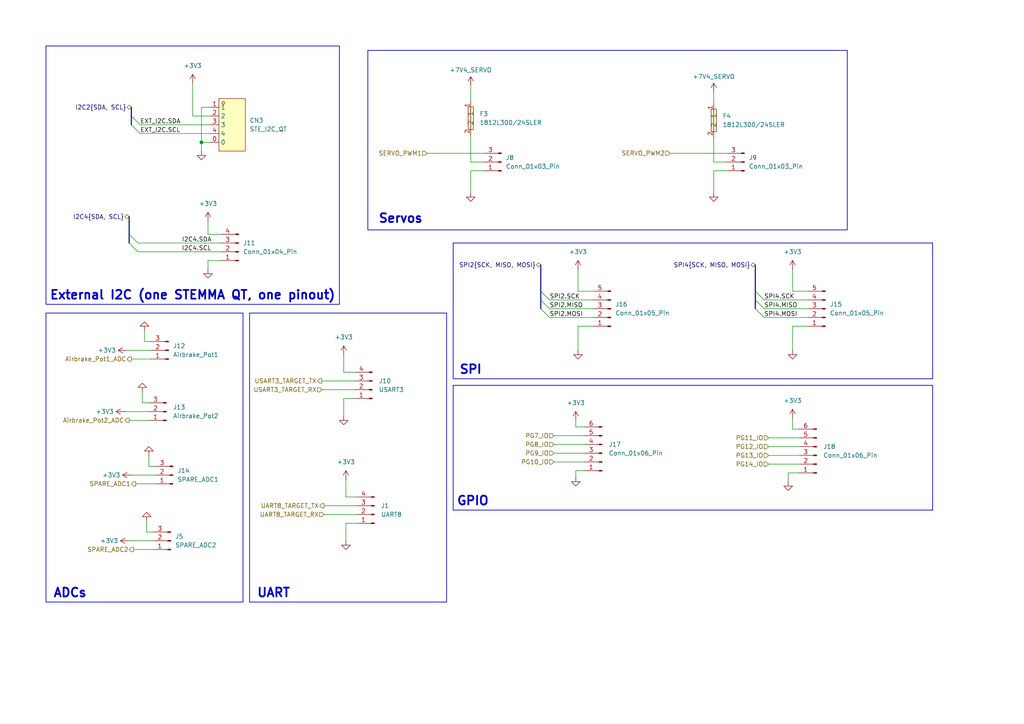
<source format=kicad_sch>
(kicad_sch (version 20250114) (generator "eeschema") (generator_version "9.0")
  (paper "A4")
  (lib_symbols
    (symbol "CONN-SMD_BM04B-SRSS-TB:BM04B-SRSS-TB(LF)(SN)"
      (property "Reference" "CN" (at 0 10.16 0))
      (property "Value" "BM04B-SRSS-TB(LF)(SN)" (at 0 -10.16 0))
      (symbol "BM04B-SRSS-TB(LF)(SN)_0_1"
        (rectangle (start -2.54 7.62) (end 5.08 -7.62) (fill (type background)))
        (circle (center -1.27 6.35) (radius 0.38))
        (pin unspecified line (at -5.08 5.08 0) (length 2.54) (name "1") (number "1"))
        (pin unspecified line (at -5.08 2.54 0) (length 2.54) (name "2") (number "2"))
        (pin unspecified line (at -5.08 0 0) (length 2.54) (name "3") (number "3"))
        (pin unspecified line (at -5.08 -2.54 0) (length 2.54) (name "4") (number "4"))
        (pin unspecified line (at -5.08 -5.08 0) (length 2.54) (name "0") (number "0"))
      )
    )
    (symbol "Connector:Conn_01x03_Pin" (pin_names (offset 1.016) (hide yes))
      (property "Reference" "J" (at 0 5.08 0))
      (property "Value" "Conn_01x03_Pin" (at 0 -5.08 0))
      (symbol "Conn_01x03_Pin_1_1"
        (rectangle (start 0.8636 2.667) (end 0 2.413) (stroke (width 0.1524)) (fill (type outline)))
        (rectangle (start 0.8636 0.127) (end 0 -0.127) (stroke (width 0.1524)) (fill (type outline)))
        (rectangle (start 0.8636 -2.413) (end 0 -2.667) (stroke (width 0.1524)) (fill (type outline)))
        (polyline (pts (xy 1.27 2.54) (xy 0.8636 2.54)) (stroke (width 0.1524)))
        (polyline (pts (xy 1.27 0) (xy 0.8636 0)) (stroke (width 0.1524)))
        (polyline (pts (xy 1.27 -2.54) (xy 0.8636 -2.54)) (stroke (width 0.1524)))
        (pin passive line (at 5.08 2.54 180) (length 3.81) (name "Pin_1") (number "1"))
        (pin passive line (at 5.08 0 180) (length 3.81) (name "Pin_2") (number "2"))
        (pin passive line (at 5.08 -2.54 180) (length 3.81) (name "Pin_3") (number "3"))
      )
    )
    (symbol "Connector:Conn_01x04_Pin" (pin_names (offset 1.016) (hide yes))
      (property "Reference" "J" (at 0 5.08 0))
      (property "Value" "Conn_01x04_Pin" (at 0 -7.62 0))
      (symbol "Conn_01x04_Pin_1_1"
        (rectangle (start 0.8636 2.667) (end 0 2.413) (stroke (width 0.1524)) (fill (type outline)))
        (rectangle (start 0.8636 0.127) (end 0 -0.127) (stroke (width 0.1524)) (fill (type outline)))
        (rectangle (start 0.8636 -2.413) (end 0 -2.667) (stroke (width 0.1524)) (fill (type outline)))
        (rectangle (start 0.8636 -4.953) (end 0 -5.207) (stroke (width 0.1524)) (fill (type outline)))
        (polyline (pts (xy 1.27 2.54) (xy 0.8636 2.54)) (stroke (width 0.1524)))
        (polyline (pts (xy 1.27 0) (xy 0.8636 0)) (stroke (width 0.1524)))
        (polyline (pts (xy 1.27 -2.54) (xy 0.8636 -2.54)) (stroke (width 0.1524)))
        (polyline (pts (xy 1.27 -5.08) (xy 0.8636 -5.08)) (stroke (width 0.1524)))
        (pin passive line (at 5.08 2.54 180) (length 3.81) (name "Pin_1") (number "1"))
        (pin passive line (at 5.08 0 180) (length 3.81) (name "Pin_2") (number "2"))
        (pin passive line (at 5.08 -2.54 180) (length 3.81) (name "Pin_3") (number "3"))
        (pin passive line (at 5.08 -5.08 180) (length 3.81) (name "Pin_4") (number "4"))
      )
    )
    (symbol "Connector:Conn_01x05_Pin" (pin_names (offset 1.016) (hide yes))
      (property "Reference" "J" (at 0 7.62 0))
      (property "Value" "Conn_01x05_Pin" (at 0 -7.62 0))
      (symbol "Conn_01x05_Pin_1_1"
        (rectangle (start 0.8636 5.207) (end 0 4.953) (stroke (width 0.1524)) (fill (type outline)))
        (rectangle (start 0.8636 2.667) (end 0 2.413) (stroke (width 0.1524)) (fill (type outline)))
        (rectangle (start 0.8636 0.127) (end 0 -0.127) (stroke (width 0.1524)) (fill (type outline)))
        (rectangle (start 0.8636 -2.413) (end 0 -2.667) (stroke (width 0.1524)) (fill (type outline)))
        (rectangle (start 0.8636 -4.953) (end 0 -5.207) (stroke (width 0.1524)) (fill (type outline)))
        (polyline (pts (xy 1.27 5.08) (xy 0.8636 5.08)) (stroke (width 0.1524)))
        (polyline (pts (xy 1.27 2.54) (xy 0.8636 2.54)) (stroke (width 0.1524)))
        (polyline (pts (xy 1.27 0) (xy 0.8636 0)) (stroke (width 0.1524)))
        (polyline (pts (xy 1.27 -2.54) (xy 0.8636 -2.54)) (stroke (width 0.1524)))
        (polyline (pts (xy 1.27 -5.08) (xy 0.8636 -5.08)) (stroke (width 0.1524)))
        (pin passive line (at 5.08 5.08 180) (length 3.81) (name "Pin_1") (number "1"))
        (pin passive line (at 5.08 2.54 180) (length 3.81) (name "Pin_2") (number "2"))
        (pin passive line (at 5.08 0 180) (length 3.81) (name "Pin_3") (number "3"))
        (pin passive line (at 5.08 -2.54 180) (length 3.81) (name "Pin_4") (number "4"))
        (pin passive line (at 5.08 -5.08 180) (length 3.81) (name "Pin_5") (number "5"))
      )
    )
    (symbol "Connector:Conn_01x06_Pin" (pin_names (offset 1.016) (hide yes))
      (property "Reference" "J" (at 0 7.62 0))
      (property "Value" "Conn_01x06_Pin" (at 0 -10.16 0))
      (symbol "Conn_01x06_Pin_1_1"
        (rectangle (start 0.8636 5.207) (end 0 4.953) (stroke (width 0.1524)) (fill (type outline)))
        (rectangle (start 0.8636 2.667) (end 0 2.413) (stroke (width 0.1524)) (fill (type outline)))
        (rectangle (start 0.8636 0.127) (end 0 -0.127) (stroke (width 0.1524)) (fill (type outline)))
        (rectangle (start 0.8636 -2.413) (end 0 -2.667) (stroke (width 0.1524)) (fill (type outline)))
        (rectangle (start 0.8636 -4.953) (end 0 -5.207) (stroke (width 0.1524)) (fill (type outline)))
        (rectangle (start 0.8636 -7.493) (end 0 -7.747) (stroke (width 0.1524)) (fill (type outline)))
        (polyline (pts (xy 1.27 5.08) (xy 0.8636 5.08)) (stroke (width 0.1524)))
        (polyline (pts (xy 1.27 2.54) (xy 0.8636 2.54)) (stroke (width 0.1524)))
        (polyline (pts (xy 1.27 0) (xy 0.8636 0)) (stroke (width 0.1524)))
        (polyline (pts (xy 1.27 -2.54) (xy 0.8636 -2.54)) (stroke (width 0.1524)))
        (polyline (pts (xy 1.27 -5.08) (xy 0.8636 -5.08)) (stroke (width 0.1524)))
        (polyline (pts (xy 1.27 -7.62) (xy 0.8636 -7.62)) (stroke (width 0.1524)))
        (pin passive line (at 5.08 5.08 180) (length 3.81) (name "Pin_1") (number "1"))
        (pin passive line (at 5.08 2.54 180) (length 3.81) (name "Pin_2") (number "2"))
        (pin passive line (at 5.08 0 180) (length 3.81) (name "Pin_3") (number "3"))
        (pin passive line (at 5.08 -2.54 180) (length 3.81) (name "Pin_4") (number "4"))
        (pin passive line (at 5.08 -5.08 180) (length 3.81) (name "Pin_5") (number "5"))
        (pin passive line (at 5.08 -7.62 180) (length 3.81) (name "Pin_6") (number "6"))
      )
    )
    (symbol "aerolotl_custom:+7V4_SERVO" (power) (in_bom no) (on_board no)
      (property "Value" "+7V4_SERVO" (at 0 3.81 0))
      (symbol "+7V4_SERVO_0_1"
        (polyline (pts (xy 0 0) (xy 0 2.54)))
        (polyline (pts (xy 0 0) (xy 0 2.54) (xy -0.762 1.27) (xy 0 2.54) (xy 0.762 1.27)))
      )
      (symbol "+7V4_SERVO_1_1"
        (pin power_in line (at 0 0 90) (length 2.54) (hide yes) (name "#7V4_SERVO") (number "1"))
      )
    )
    (symbol "aerolotl_custom:1812L300_24SLER"
      (property "Reference" "F" (at 0 5.08 0))
      (property "Value" "1812L300/24SLER" (at 0 -5.08 0))
      (symbol "1812L300_24SLER_0_1"
        (rectangle (start -3.3 0.76) (end 3.3 -0.76) (fill (type background)))
        (polyline (pts (xy -2.54 0) (xy 2.54 0)))
        (pin unspecified line (at -5.08 0 0) (length 2.54) (name "1") (number "1"))
        (pin unspecified line (at 5.08 0 180) (length 2.54) (name "2") (number "2"))
      )
    )
    (symbol "power:+3V3" (power) (pin_numbers (hide yes)) (pin_names (offset 0) (hide yes))
      (property "Value" "+3V3" (at 0 3.556 0))
      (symbol "+3V3_0_1"
        (polyline (pts (xy -0.762 1.27) (xy 0 2.54)))
        (polyline (pts (xy 0 2.54) (xy 0.762 1.27)))
        (polyline (pts (xy 0 0) (xy 0 2.54)))
      )
      (symbol "+3V3_1_1"
        (pin power_in line (at 0 0 90) (length 0) (name "~") (number "1"))
      )
    )
    (symbol "power:GND" (power) (pin_numbers (hide yes)) (pin_names (offset 0) (hide yes))
      (property "Value" "GND" (at 0 -3.81 0))
      (symbol "GND_0_1"
        (polyline (pts (xy 0 0) (xy 0 -1.27) (xy 1.27 -1.27) (xy 0 -2.54) (xy -1.27 -1.27) (xy 0 -1.27)))
      )
      (symbol "GND_1_1"
        (pin power_in line (at 0 0 270) (length 0) (name "~") (number "1"))
      )
    )
  )
  (rectangle (start 131.445 111.76) (end 270.51 147.955) (stroke (width 0.2032)))
  (rectangle (start 72.39 90.805) (end 129.54 174.625) (stroke (width 0.2032)))
  (rectangle (start 106.68 14.605) (end 245.745 66.675) (stroke (width 0.2032)))
  (rectangle (start 13.335 90.805) (end 70.485 174.625) (stroke (width 0.2032)))
  (rectangle (start 131.445 70.485) (end 270.51 109.855) (stroke (width 0.2032)))
  (rectangle (start 13.335 13.335) (end 98.425 88.265) (stroke (width 0.2032)))
  (text "External I2C (one STEMMA QT, one pinout)" (at 55.88 85.725 0) (effects (font (size 2.54 2.54) (thickness 0.508) (bold yes))))
  (text "SPI" (at 136.525 107.315 0) (effects (font (size 2.54 2.54) (thickness 0.508) (bold yes))))
  (text "GPIO\n" (at 137.16 145.415 0) (effects (font (size 2.54 2.54) (thickness 0.508) (bold yes))))
  (text "UART" (at 79.375 172.085 0) (effects (font (size 2.54 2.54) (thickness 0.508) (bold yes))))
  (text "Servos\n" (at 116.205 63.5 0) (effects (font (size 2.54 2.54) (thickness 0.508) (bold yes))))
  (text "ADCs" (at 20.32 172.085 0) (effects (font (size 2.54 2.54) (thickness 0.508) (bold yes))))
  (junction (at 58.42 41.275))
  (bus_entry (at 156.845 89.535) (size 2.54 2.54))
  (bus_entry (at 156.845 84.455) (size 2.54 2.54))
  (bus_entry (at 219.075 86.995) (size 2.54 2.54))
  (bus_entry (at 38.1 33.655) (size 2.54 2.54))
  (bus_entry (at 37.465 70.485) (size 2.54 2.54))
  (bus_entry (at 38.1 36.195) (size 2.54 2.54))
  (bus_entry (at 156.845 86.995) (size 2.54 2.54))
  (bus_entry (at 219.075 84.455) (size 2.54 2.54))
  (bus_entry (at 219.075 89.535) (size 2.54 2.54))
  (bus_entry (at 37.465 67.945) (size 2.54 2.54))
  (wire (pts (xy 100.33 139.065) (xy 100.33 144.145)))
  (wire (pts (xy 221.615 92.075) (xy 234.315 92.075)))
  (wire (pts (xy 55.88 24.13) (xy 55.88 33.655)))
  (wire (pts (xy 207.01 46.99) (xy 210.82 46.99)))
  (wire (pts (xy 207.01 40.005) (xy 207.01 46.99)))
  (wire (pts (xy 167.005 121.92) (xy 167.005 123.825)))
  (wire (pts (xy 167.005 138.43) (xy 167.005 136.525)))
  (wire (pts (xy 40.64 36.195) (xy 60.96 36.195)))
  (wire (pts (xy 58.42 31.115) (xy 58.42 41.275)))
  (bus (pts (xy 37.465 62.865) (xy 37.465 67.945)))
  (wire (pts (xy 99.695 102.87) (xy 99.695 107.95)))
  (wire (pts (xy 194.31 44.45) (xy 210.82 44.45)))
  (wire (pts (xy 41.91 95.885) (xy 41.91 99.06)))
  (wire (pts (xy 37.465 156.845) (xy 44.45 156.845)))
  (wire (pts (xy 55.88 33.655) (xy 60.96 33.655)))
  (wire (pts (xy 172.085 84.455) (xy 167.64 84.455)))
  (bus (pts (xy 156.845 86.995) (xy 156.845 89.535)))
  (wire (pts (xy 38.735 159.385) (xy 44.45 159.385)))
  (wire (pts (xy 234.315 84.455) (xy 229.87 84.455)))
  (wire (pts (xy 41.275 113.665) (xy 41.275 116.84)))
  (wire (pts (xy 36.195 119.38) (xy 43.18 119.38)))
  (bus (pts (xy 219.075 84.455) (xy 219.075 86.995)))
  (wire (pts (xy 58.42 41.275) (xy 60.96 41.275)))
  (wire (pts (xy 160.655 131.445) (xy 169.545 131.445)))
  (wire (pts (xy 229.87 94.615) (xy 234.315 94.615)))
  (bus (pts (xy 37.465 67.945) (xy 37.465 70.485)))
  (wire (pts (xy 60.325 75.565) (xy 60.325 78.105)))
  (wire (pts (xy 136.525 24.765) (xy 136.525 29.21)))
  (wire (pts (xy 167.64 101.6) (xy 167.64 94.615)))
  (wire (pts (xy 167.005 136.525) (xy 169.545 136.525)))
  (wire (pts (xy 99.695 115.57) (xy 102.87 115.57)))
  (wire (pts (xy 93.345 110.49) (xy 102.87 110.49)))
  (wire (pts (xy 58.42 41.275) (xy 58.42 43.815)))
  (wire (pts (xy 160.655 128.905) (xy 169.545 128.905)))
  (wire (pts (xy 159.385 86.995) (xy 172.085 86.995)))
  (wire (pts (xy 37.465 121.92) (xy 43.18 121.92)))
  (wire (pts (xy 221.615 89.535) (xy 234.315 89.535)))
  (wire (pts (xy 40.005 70.485) (xy 64.135 70.485)))
  (wire (pts (xy 38.1 137.795) (xy 45.085 137.795)))
  (wire (pts (xy 207.01 26.67) (xy 207.01 29.845)))
  (wire (pts (xy 41.275 116.84) (xy 43.18 116.84)))
  (wire (pts (xy 159.385 92.075) (xy 172.085 92.075)))
  (wire (pts (xy 36.83 101.6) (xy 43.815 101.6)))
  (wire (pts (xy 100.33 151.765) (xy 100.33 156.845)))
  (bus (pts (xy 156.845 76.835) (xy 156.845 84.455)))
  (wire (pts (xy 167.64 84.455) (xy 167.64 78.105)))
  (wire (pts (xy 39.37 140.335) (xy 45.085 140.335)))
  (wire (pts (xy 210.82 49.53) (xy 207.01 49.53)))
  (wire (pts (xy 136.525 49.53) (xy 136.525 55.88)))
  (wire (pts (xy 100.33 151.765) (xy 103.505 151.765)))
  (wire (pts (xy 228.6 137.16) (xy 228.6 139.7)))
  (wire (pts (xy 42.545 154.305) (xy 44.45 154.305)))
  (bus (pts (xy 38.1 33.655) (xy 38.1 36.195)))
  (wire (pts (xy 160.655 126.365) (xy 169.545 126.365)))
  (wire (pts (xy 93.98 149.225) (xy 103.505 149.225)))
  (bus (pts (xy 219.075 86.995) (xy 219.075 89.535)))
  (wire (pts (xy 123.825 44.45) (xy 140.335 44.45)))
  (wire (pts (xy 231.775 137.16) (xy 228.6 137.16)))
  (bus (pts (xy 38.1 31.115) (xy 38.1 33.655)))
  (wire (pts (xy 100.33 144.145) (xy 103.505 144.145)))
  (wire (pts (xy 41.91 99.06) (xy 43.815 99.06)))
  (wire (pts (xy 229.87 124.46) (xy 231.775 124.46)))
  (wire (pts (xy 167.64 94.615) (xy 172.085 94.615)))
  (wire (pts (xy 229.87 84.455) (xy 229.87 78.105)))
  (wire (pts (xy 229.87 121.285) (xy 229.87 124.46)))
  (wire (pts (xy 93.345 113.03) (xy 102.87 113.03)))
  (wire (pts (xy 40.64 38.735) (xy 60.96 38.735)))
  (wire (pts (xy 93.98 146.685) (xy 103.505 146.685)))
  (wire (pts (xy 221.615 86.995) (xy 234.315 86.995)))
  (wire (pts (xy 136.525 39.37) (xy 136.525 46.99)))
  (wire (pts (xy 222.885 134.62) (xy 231.775 134.62)))
  (wire (pts (xy 160.655 133.985) (xy 169.545 133.985)))
  (wire (pts (xy 42.545 151.13) (xy 42.545 154.305)))
  (wire (pts (xy 64.135 67.945) (xy 60.325 67.945)))
  (wire (pts (xy 43.18 135.255) (xy 45.085 135.255)))
  (wire (pts (xy 222.885 127) (xy 231.775 127)))
  (wire (pts (xy 99.695 115.57) (xy 99.695 120.65)))
  (wire (pts (xy 43.18 132.08) (xy 43.18 135.255)))
  (bus (pts (xy 156.845 84.455) (xy 156.845 86.995)))
  (wire (pts (xy 229.87 101.6) (xy 229.87 94.615)))
  (wire (pts (xy 38.1 104.14) (xy 43.815 104.14)))
  (wire (pts (xy 207.01 49.53) (xy 207.01 55.88)))
  (wire (pts (xy 40.005 73.025) (xy 64.135 73.025)))
  (wire (pts (xy 60.325 67.945) (xy 60.325 64.135)))
  (wire (pts (xy 99.695 107.95) (xy 102.87 107.95)))
  (wire (pts (xy 64.135 75.565) (xy 60.325 75.565)))
  (wire (pts (xy 222.885 129.54) (xy 231.775 129.54)))
  (bus (pts (xy 219.075 76.835) (xy 219.075 84.455)))
  (wire (pts (xy 159.385 89.535) (xy 172.085 89.535)))
  (wire (pts (xy 222.885 132.08) (xy 231.775 132.08)))
  (wire (pts (xy 136.525 46.99) (xy 140.335 46.99)))
  (wire (pts (xy 136.525 49.53) (xy 140.335 49.53)))
  (wire (pts (xy 167.005 123.825) (xy 169.545 123.825)))
  (wire (pts (xy 60.96 31.115) (xy 58.42 31.115)))
  (label "SPI2.SCK" (at 159.385 86.995 0))
  (label "EXT_I2C.SCL" (at 40.64 38.735 0))
  (label "SPI2.MOSI" (at 159.385 92.075 0))
  (label "SPI2.MISO" (at 159.385 89.535 0))
  (label "SPI4.MISO" (at 221.615 89.535 0))
  (label "EXT_I2C.SDA" (at 40.64 36.195 0))
  (label "I2C4.SCL" (at 52.705 73.025 0))
  (label "SPI4.SCK" (at 221.615 86.995 0))
  (label "SPI4.MOSI" (at 221.615 92.075 0))
  (label "I2C4.SDA" (at 52.705 70.485 0))
  (hierarchical_label "UART8_TARGET_TX" (shape output) (at 93.98 146.685 180))
  (hierarchical_label "PG12_IO" (shape input) (at 222.885 129.54 180))
  (hierarchical_label "Airbrake_Pot1_ADC" (shape output) (at 38.1 104.14 180))
  (hierarchical_label "PG13_IO" (shape input) (at 222.885 132.08 180))
  (hierarchical_label "PG14_IO" (shape input) (at 222.885 134.62 180))
  (hierarchical_label "PG9_IO" (shape input) (at 160.655 131.445 180))
  (hierarchical_label "PG11_IO" (shape input) (at 222.885 127 180))
  (hierarchical_label "SPI2{SCK, MISO, MOSI}" (shape bidirectional) (at 156.845 76.835 180))
  (hierarchical_label "UART8_TARGET_RX" (shape input) (at 93.98 149.225 180))
  (hierarchical_label "PG8_IO" (shape input) (at 160.655 128.905 180))
  (hierarchical_label "USART3_TARGET_TX" (shape output) (at 93.345 110.49 180))
  (hierarchical_label "I2C4{SDA, SCL}" (shape bidirectional) (at 37.465 62.865 180))
  (hierarchical_label "I2C2{SDA, SCL}" (shape bidirectional) (at 38.1 31.115 180))
  (hierarchical_label "SPARE_ADC2" (shape output) (at 38.735 159.385 180))
  (hierarchical_label "SERVO_PWM1" (shape input) (at 123.825 44.45 180))
  (hierarchical_label "PG7_IO" (shape input) (at 160.655 126.365 180))
  (hierarchical_label "SPARE_ADC1" (shape output) (at 39.37 140.335 180))
  (hierarchical_label "SERVO_PWM2" (shape input) (at 194.31 44.45 180))
  (hierarchical_label "USART3_TARGET_RX" (shape input) (at 93.345 113.03 180))
  (hierarchical_label "Airbrake_Pot2_ADC" (shape output) (at 37.465 121.92 180))
  (hierarchical_label "PG10_IO" (shape input) (at 160.655 133.985 180))
  (hierarchical_label "SPI4{SCK, MISO, MOSI}" (shape bidirectional) (at 219.075 76.835 180))
  (symbol (lib_id "power:+3V3") (at 167.005 121.92 0) (unit 1)
    (property "Reference" "#PWR0119" (effects (hide yes)))
    (property "Value" "+3V3" (at 167.005 116.84 0))
    (property "Description" "Power symbol creates a global label with name \"+3V3\"" (effects (hide yes)))
  )
  (symbol (lib_id "power:GND") (at 207.01 55.88 0) (unit 1)
    (property "Reference" "#PWR085" (effects (hide yes)))
    (property "Value" "GND" (effects (hide yes)))
    (property "Description" "Power symbol creates a global label with name \"GND\" , ground" (effects (hide yes)))
  )
  (symbol (lib_id "power:GND") (at 228.6 139.7 0) (unit 1)
    (property "Reference" "#PWR0121" (effects (hide yes)))
    (property "Value" "GND" (effects (hide yes)))
    (property "Description" "Power symbol creates a global label with name \"GND\" , ground" (effects (hide yes)))
  )
  (symbol (lib_id "power:+3V3") (at 36.83 101.6 90) (unit 1)
    (property "Reference" "#PWR0105" (effects (hide yes)))
    (property "Value" "+3V3" (at 33.655 101.5999 90) (effects (justify left)))
    (property "Description" "Power symbol creates a global label with name \"+3V3\"" (effects (hide yes)))
  )
  (symbol (lib_id "Connector:Conn_01x03_Pin") (at 49.53 156.845 180) (unit 1)
    (property "Reference" "J5" (at 50.8 155.5749 0) (effects (justify right)))
    (property "Value" "SPARE_ADC2" (at 50.8 158.1149 0) (effects (justify right)))
    (property "Description" "Generic connector, single row, 01x03, script generated" (effects (hide yes)))
  )
  (symbol (lib_id "Connector:Conn_01x05_Pin") (at 239.395 89.535 180) (unit 1)
    (property "Reference" "J15" (at 240.665 88.2649 0) (effects (justify right)))
    (property "Value" "Conn_01x05_Pin" (at 240.665 90.8049 0) (effects (justify right)))
    (property "Description" "Generic connector, single row, 01x05, script generated" (effects (hide yes)))
  )
  (symbol (lib_id "power:GND") (at 136.525 55.88 0) (unit 1)
    (property "Reference" "#PWR081" (effects (hide yes)))
    (property "Value" "GND" (effects (hide yes)))
    (property "Description" "Power symbol creates a global label with name \"GND\" , ground" (effects (hide yes)))
  )
  (symbol (lib_id "power:GND") (at 99.695 120.65 0) (unit 1)
    (property "Reference" "#PWR0101" (effects (hide yes)))
    (property "Value" "GND" (effects (hide yes)))
    (property "Description" "Power symbol creates a global label with name \"GND\" , ground" (effects (hide yes)))
  )
  (symbol (lib_id "power:GND") (at 60.325 78.105 0) (unit 1)
    (property "Reference" "#PWR0103" (effects (hide yes)))
    (property "Value" "GND" (effects (hide yes)))
    (property "Description" "Power symbol creates a global label with name \"GND\" , ground" (effects (hide yes)))
  )
  (symbol (lib_id "Connector:Conn_01x06_Pin") (at 236.855 132.08 180) (unit 1)
    (property "Reference" "J18" (at 238.76 129.5399 0) (effects (justify right)))
    (property "Value" "Conn_01x06_Pin" (at 238.76 132.0799 0) (effects (justify right)))
    (property "Description" "Generic connector, single row, 01x06, script generated" (effects (hide yes)))
  )
  (symbol (lib_id "power:GND") (at 167.005 138.43 0) (unit 1)
    (property "Reference" "#PWR0120" (effects (hide yes)))
    (property "Value" "GND" (effects (hide yes)))
    (property "Description" "Power symbol creates a global label with name \"GND\" , ground" (effects (hide yes)))
  )
  (symbol (lib_id "power:+3V3") (at 60.325 64.135 0) (unit 1)
    (property "Reference" "#PWR0102" (effects (hide yes)))
    (property "Value" "+3V3" (at 60.325 59.055 0))
    (property "Description" "Power symbol creates a global label with name \"+3V3\"" (effects (hide yes)))
  )
  (symbol (lib_id "power:GND") (at 42.545 151.13 180) (unit 1)
    (property "Reference" "#PWR0125" (effects (hide yes)))
    (property "Value" "GND" (effects (hide yes)))
    (property "Description" "Power symbol creates a global label with name \"GND\" , ground" (effects (hide yes)))
  )
  (symbol (lib_id "power:+3V3") (at 38.1 137.795 90) (unit 1)
    (property "Reference" "#PWR0108" (effects (hide yes)))
    (property "Value" "+3V3" (at 34.925 137.7949 90) (effects (justify left)))
    (property "Description" "Power symbol creates a global label with name \"+3V3\"" (effects (hide yes)))
  )
  (symbol (lib_id "power:+3V3") (at 99.695 102.87 0) (unit 1)
    (property "Reference" "#PWR0100" (effects (hide yes)))
    (property "Value" "+3V3" (at 99.695 97.79 0))
    (property "Description" "Power symbol creates a global label with name \"+3V3\"" (effects (hide yes)))
  )
  (symbol (lib_id "aerolotl_custom:+7V4_SERVO") (at 207.01 26.67 0) (unit 1) (in_bom no) (on_board no)
    (property "Reference" "#PWR080" (effects (hide yes)))
    (property "Value" "+7V4_SERVO" (at 207.01 22.225 0))
  )
  (symbol (lib_id "power:GND") (at 58.42 43.815 0) (unit 1)
    (property "Reference" "#PWR083" (effects (hide yes)))
    (property "Value" "GND" (effects (hide yes)))
    (property "Description" "Power symbol creates a global label with name \"GND\" , ground" (effects (hide yes)))
  )
  (symbol (lib_id "power:+3V3") (at 100.33 139.065 0) (unit 1)
    (property "Reference" "#PWR074" (effects (hide yes)))
    (property "Value" "+3V3" (at 100.33 133.985 0))
    (property "Description" "Power symbol creates a global label with name \"+3V3\"" (effects (hide yes)))
  )
  (symbol (lib_id "power:+3V3") (at 229.87 78.105 0) (unit 1)
    (property "Reference" "#PWR0117" (effects (hide yes)))
    (property "Value" "+3V3" (at 229.87 73.025 0))
    (property "Description" "Power symbol creates a global label with name \"+3V3\"" (effects (hide yes)))
  )
  (symbol (lib_id "power:GND") (at 167.64 101.6 0) (unit 1)
    (property "Reference" "#PWR0116" (effects (hide yes)))
    (property "Value" "GND" (effects (hide yes)))
    (property "Description" "Power symbol creates a global label with name \"GND\" , ground" (effects (hide yes)))
  )
  (symbol (lib_id "power:+3V3") (at 55.88 24.13 0) (unit 1)
    (property "Reference" "#PWR082" (effects (hide yes)))
    (property "Value" "+3V3" (at 55.88 19.05 0))
    (property "Description" "Power symbol creates a global label with name \"+3V3\"" (effects (hide yes)))
  )
  (symbol (lib_id "power:GND") (at 41.275 113.665 180) (unit 1)
    (property "Reference" "#PWR0107" (effects (hide yes)))
    (property "Value" "GND" (effects (hide yes)))
    (property "Description" "Power symbol creates a global label with name \"GND\" , ground" (effects (hide yes)))
  )
  (symbol (lib_id "Connector:Conn_01x04_Pin") (at 108.585 149.225 180) (unit 1)
    (property "Reference" "J1" (at 110.49 146.6849 0) (effects (justify right)))
    (property "Value" "UART8" (at 110.49 149.2249 0) (effects (justify right)))
    (property "Description" "Generic connector, single row, 01x04, script generated" (effects (hide yes)))
  )
  (symbol (lib_id "aerolotl_custom:1812L300_24SLER") (at 136.525 34.29 270) (unit 1)
    (property "Reference" "F3" (at 139.065 33.0199 90) (effects (justify left)))
    (property "Value" "1812L300/24SLER" (at 139.065 35.5599 90) (effects (justify left)))
    (property "Footprint" "aerolotl_custom:F1812" (effects (hide yes)))
    (property "LCSC Part" "C1512049" (effects (hide yes)))
  )
  (symbol (lib_id "power:GND") (at 41.91 95.885 180) (unit 1)
    (property "Reference" "#PWR0104" (effects (hide yes)))
    (property "Value" "GND" (effects (hide yes)))
    (property "Description" "Power symbol creates a global label with name \"GND\" , ground" (effects (hide yes)))
  )
  (symbol (lib_id "power:GND") (at 229.87 101.6 0) (unit 1)
    (property "Reference" "#PWR0118" (effects (hide yes)))
    (property "Value" "GND" (effects (hide yes)))
    (property "Description" "Power symbol creates a global label with name \"GND\" , ground" (effects (hide yes)))
  )
  (symbol (lib_id "Connector:Conn_01x06_Pin") (at 174.625 131.445 180) (unit 1)
    (property "Reference" "J17" (at 176.53 128.9049 0) (effects (justify right)))
    (property "Value" "Conn_01x06_Pin" (at 176.53 131.4449 0) (effects (justify right)))
    (property "Description" "Generic connector, single row, 01x06, script generated" (effects (hide yes)))
  )
  (symbol (lib_id "aerolotl_custom:1812L300_24SLER") (at 207.01 34.925 270) (unit 1)
    (property "Reference" "F4" (at 209.55 33.6549 90) (effects (justify left)))
    (property "Value" "1812L300/24SLER" (at 209.55 36.1949 90) (effects (justify left)))
    (property "Footprint" "aerolotl_custom:F1812" (effects (hide yes)))
    (property "LCSC Part" "C1512049" (effects (hide yes)))
  )
  (symbol (lib_id "Connector:Conn_01x05_Pin") (at 177.165 89.535 180) (unit 1)
    (property "Reference" "J16" (at 178.435 88.2649 0) (effects (justify right)))
    (property "Value" "Conn_01x05_Pin" (at 178.435 90.8049 0) (effects (justify right)))
    (property "Description" "Generic connector, single row, 01x05, script generated" (effects (hide yes)))
  )
  (symbol (lib_id "power:+3V3") (at 36.195 119.38 90) (unit 1)
    (property "Reference" "#PWR0106" (effects (hide yes)))
    (property "Value" "+3V3" (at 33.02 119.3799 90) (effects (justify left)))
    (property "Description" "Power symbol creates a global label with name \"+3V3\"" (effects (hide yes)))
  )
  (symbol (lib_id "Connector:Conn_01x04_Pin") (at 69.215 73.025 180) (unit 1)
    (property "Reference" "J11" (at 70.485 70.4849 0) (effects (justify right)))
    (property "Value" "Conn_01x04_Pin" (at 70.485 73.0249 0) (effects (justify right)))
    (property "Description" "Generic connector, single row, 01x04, script generated" (effects (hide yes)))
  )
  (symbol (lib_id "Connector:Conn_01x03_Pin") (at 50.165 137.795 180) (unit 1)
    (property "Reference" "J14" (at 51.435 136.5249 0) (effects (justify right)))
    (property "Value" "SPARE_ADC1" (at 51.435 139.0649 0) (effects (justify right)))
    (property "Description" "Generic connector, single row, 01x03, script generated" (effects (hide yes)))
  )
  (symbol (lib_id "power:+3V3") (at 167.64 78.105 0) (unit 1)
    (property "Reference" "#PWR0115" (effects (hide yes)))
    (property "Value" "+3V3" (at 167.64 73.025 0))
    (property "Description" "Power symbol creates a global label with name \"+3V3\"" (effects (hide yes)))
  )
  (symbol (lib_id "Connector:Conn_01x03_Pin") (at 48.26 119.38 180) (unit 1)
    (property "Reference" "J13" (at 50.165 118.1099 0) (effects (justify right)))
    (property "Value" "Airbrake_Pot2" (at 50.165 120.6499 0) (effects (justify right)))
    (property "Description" "Generic connector, single row, 01x03, script generated" (effects (hide yes)))
  )
  (symbol (lib_id "Connector:Conn_01x03_Pin") (at 48.895 101.6 180) (unit 1)
    (property "Reference" "J12" (at 50.165 100.3299 0) (effects (justify right)))
    (property "Value" "Airbrake_Pot1" (at 50.165 102.8699 0) (effects (justify right)))
    (property "Description" "Generic connector, single row, 01x03, script generated" (effects (hide yes)))
  )
  (symbol (lib_id "power:+3V3") (at 229.87 121.285 0) (unit 1)
    (property "Reference" "#PWR0122" (effects (hide yes)))
    (property "Value" "+3V3" (at 229.87 116.205 0))
    (property "Description" "Power symbol creates a global label with name \"+3V3\"" (effects (hide yes)))
  )
  (symbol (lib_id "power:+3V3") (at 37.465 156.845 90) (unit 1)
    (property "Reference" "#PWR0124" (effects (hide yes)))
    (property "Value" "+3V3" (at 34.29 156.8449 90) (effects (justify left)))
    (property "Description" "Power symbol creates a global label with name \"+3V3\"" (effects (hide yes)))
  )
  (symbol (lib_id "Connector:Conn_01x04_Pin") (at 107.95 113.03 180) (unit 1)
    (property "Reference" "J10" (at 109.855 110.4899 0) (effects (justify right)))
    (property "Value" "USART3" (at 109.855 113.0299 0) (effects (justify right)))
    (property "Description" "Generic connector, single row, 01x04, script generated" (effects (hide yes)))
  )
  (symbol (lib_id "power:GND") (at 100.33 156.845 0) (unit 1)
    (property "Reference" "#PWR076" (effects (hide yes)))
    (property "Value" "GND" (effects (hide yes)))
    (property "Description" "Power symbol creates a global label with name \"GND\" , ground" (effects (hide yes)))
  )
  (symbol (lib_id "Connector:Conn_01x03_Pin") (at 145.415 46.99 180) (unit 1)
    (property "Reference" "J8" (at 146.685 45.7199 0) (effects (justify right)))
    (property "Value" "Conn_01x03_Pin" (at 146.685 48.2599 0) (effects (justify right)))
    (property "Description" "Generic connector, single row, 01x03, script generated" (effects (hide yes)))
  )
  (symbol (lib_id "Connector:Conn_01x03_Pin") (at 215.9 46.99 180) (unit 1)
    (property "Reference" "J9" (at 217.17 45.7199 0) (effects (justify right)))
    (property "Value" "Conn_01x03_Pin" (at 217.17 48.2599 0) (effects (justify right)))
    (property "Description" "Generic connector, single row, 01x03, script generated" (effects (hide yes)))
  )
  (symbol (lib_id "CONN-SMD_BM04B-SRSS-TB:BM04B-SRSS-TB(LF)(SN)") (at 66.04 36.195 0) (unit 1)
    (property "Reference" "CN3" (at 72.39 34.9249 0) (effects (justify left)))
    (property "Value" "STE_I2C_QT" (at 72.39 37.4649 0) (effects (justify left)))
    (property "Footprint" "easyeda2kicad:CONN-SMD_BM04B-SRSS-TB" (effects (hide yes)))
    (property "Datasheet" "https://lcsc.com/product-detail/Others_JST-Sales-America__JST-Sales-America-BM04B-SRSS-TB-LF-SN_C160390.html" (effects (hide yes)))
    (property "LCSC Part" "C160390" (effects (hide yes)))
  )
  (symbol (lib_id "power:GND") (at 43.18 132.08 180) (unit 1)
    (property "Reference" "#PWR0109" (effects (hide yes)))
    (property "Value" "GND" (effects (hide yes)))
    (property "Description" "Power symbol creates a global label with name \"GND\" , ground" (effects (hide yes)))
  )
  (symbol (lib_id "aerolotl_custom:+7V4_SERVO") (at 136.525 24.765 0) (unit 1) (in_bom no) (on_board no)
    (property "Reference" "#PWR069" (effects (hide yes)))
    (property "Value" "+7V4_SERVO" (at 136.525 20.32 0))
  )
)
</source>
